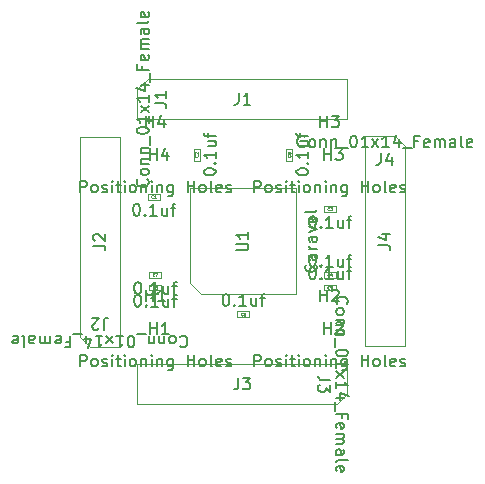
<source format=gbr>
G04 #@! TF.GenerationSoftware,KiCad,Pcbnew,(6.0.8)*
G04 #@! TF.CreationDate,2022-11-18T12:49:19-08:00*
G04 #@! TF.ProjectId,caravel_breakout_QFN,63617261-7665-46c5-9f62-7265616b6f75,rev?*
G04 #@! TF.SameCoordinates,Original*
G04 #@! TF.FileFunction,AssemblyDrawing,Top*
%FSLAX46Y46*%
G04 Gerber Fmt 4.6, Leading zero omitted, Abs format (unit mm)*
G04 Created by KiCad (PCBNEW (6.0.8)) date 2022-11-18 12:49:19*
%MOMM*%
%LPD*%
G01*
G04 APERTURE LIST*
%ADD10C,0.150000*%
%ADD11C,0.040000*%
%ADD12C,0.100000*%
G04 APERTURE END LIST*
D10*
X126719200Y-96903780D02*
X126814438Y-96903780D01*
X126909676Y-96951400D01*
X126957295Y-96999019D01*
X127004914Y-97094257D01*
X127052533Y-97284733D01*
X127052533Y-97522828D01*
X127004914Y-97713304D01*
X126957295Y-97808542D01*
X126909676Y-97856161D01*
X126814438Y-97903780D01*
X126719200Y-97903780D01*
X126623961Y-97856161D01*
X126576342Y-97808542D01*
X126528723Y-97713304D01*
X126481104Y-97522828D01*
X126481104Y-97284733D01*
X126528723Y-97094257D01*
X126576342Y-96999019D01*
X126623961Y-96951400D01*
X126719200Y-96903780D01*
X127481104Y-97808542D02*
X127528723Y-97856161D01*
X127481104Y-97903780D01*
X127433485Y-97856161D01*
X127481104Y-97808542D01*
X127481104Y-97903780D01*
X128481104Y-97903780D02*
X127909676Y-97903780D01*
X128195390Y-97903780D02*
X128195390Y-96903780D01*
X128100152Y-97046638D01*
X128004914Y-97141876D01*
X127909676Y-97189495D01*
X129338247Y-97237114D02*
X129338247Y-97903780D01*
X128909676Y-97237114D02*
X128909676Y-97760923D01*
X128957295Y-97856161D01*
X129052533Y-97903780D01*
X129195390Y-97903780D01*
X129290628Y-97856161D01*
X129338247Y-97808542D01*
X129671580Y-97237114D02*
X130052533Y-97237114D01*
X129814438Y-97903780D02*
X129814438Y-97046638D01*
X129862057Y-96951400D01*
X129957295Y-96903780D01*
X130052533Y-96903780D01*
D11*
X128177533Y-96380685D02*
X128165628Y-96392590D01*
X128129914Y-96404495D01*
X128106104Y-96404495D01*
X128070390Y-96392590D01*
X128046580Y-96368780D01*
X128034676Y-96344971D01*
X128022771Y-96297352D01*
X128022771Y-96261638D01*
X128034676Y-96214019D01*
X128046580Y-96190209D01*
X128070390Y-96166400D01*
X128106104Y-96154495D01*
X128129914Y-96154495D01*
X128165628Y-96166400D01*
X128177533Y-96178304D01*
X128260866Y-96154495D02*
X128427533Y-96154495D01*
X128320390Y-96404495D01*
D10*
X126617600Y-90274380D02*
X126712838Y-90274380D01*
X126808076Y-90322000D01*
X126855695Y-90369619D01*
X126903314Y-90464857D01*
X126950933Y-90655333D01*
X126950933Y-90893428D01*
X126903314Y-91083904D01*
X126855695Y-91179142D01*
X126808076Y-91226761D01*
X126712838Y-91274380D01*
X126617600Y-91274380D01*
X126522361Y-91226761D01*
X126474742Y-91179142D01*
X126427123Y-91083904D01*
X126379504Y-90893428D01*
X126379504Y-90655333D01*
X126427123Y-90464857D01*
X126474742Y-90369619D01*
X126522361Y-90322000D01*
X126617600Y-90274380D01*
X127379504Y-91179142D02*
X127427123Y-91226761D01*
X127379504Y-91274380D01*
X127331885Y-91226761D01*
X127379504Y-91179142D01*
X127379504Y-91274380D01*
X128379504Y-91274380D02*
X127808076Y-91274380D01*
X128093790Y-91274380D02*
X128093790Y-90274380D01*
X127998552Y-90417238D01*
X127903314Y-90512476D01*
X127808076Y-90560095D01*
X129236647Y-90607714D02*
X129236647Y-91274380D01*
X128808076Y-90607714D02*
X128808076Y-91131523D01*
X128855695Y-91226761D01*
X128950933Y-91274380D01*
X129093790Y-91274380D01*
X129189028Y-91226761D01*
X129236647Y-91179142D01*
X129569980Y-90607714D02*
X129950933Y-90607714D01*
X129712838Y-91274380D02*
X129712838Y-90417238D01*
X129760457Y-90322000D01*
X129855695Y-90274380D01*
X129950933Y-90274380D01*
D11*
X128075933Y-89751285D02*
X128064028Y-89763190D01*
X128028314Y-89775095D01*
X128004504Y-89775095D01*
X127968790Y-89763190D01*
X127944980Y-89739380D01*
X127933076Y-89715571D01*
X127921171Y-89667952D01*
X127921171Y-89632238D01*
X127933076Y-89584619D01*
X127944980Y-89560809D01*
X127968790Y-89537000D01*
X128004504Y-89525095D01*
X128028314Y-89525095D01*
X128064028Y-89537000D01*
X128075933Y-89548904D01*
X128314028Y-89775095D02*
X128171171Y-89775095D01*
X128242600Y-89775095D02*
X128242600Y-89525095D01*
X128218790Y-89560809D01*
X128194980Y-89584619D01*
X128171171Y-89596523D01*
D10*
X132362180Y-87606000D02*
X132362180Y-87510761D01*
X132409800Y-87415523D01*
X132457419Y-87367904D01*
X132552657Y-87320285D01*
X132743133Y-87272666D01*
X132981228Y-87272666D01*
X133171704Y-87320285D01*
X133266942Y-87367904D01*
X133314561Y-87415523D01*
X133362180Y-87510761D01*
X133362180Y-87606000D01*
X133314561Y-87701238D01*
X133266942Y-87748857D01*
X133171704Y-87796476D01*
X132981228Y-87844095D01*
X132743133Y-87844095D01*
X132552657Y-87796476D01*
X132457419Y-87748857D01*
X132409800Y-87701238D01*
X132362180Y-87606000D01*
X133266942Y-86844095D02*
X133314561Y-86796476D01*
X133362180Y-86844095D01*
X133314561Y-86891714D01*
X133266942Y-86844095D01*
X133362180Y-86844095D01*
X133362180Y-85844095D02*
X133362180Y-86415523D01*
X133362180Y-86129809D02*
X132362180Y-86129809D01*
X132505038Y-86225047D01*
X132600276Y-86320285D01*
X132647895Y-86415523D01*
X132695514Y-84986952D02*
X133362180Y-84986952D01*
X132695514Y-85415523D02*
X133219323Y-85415523D01*
X133314561Y-85367904D01*
X133362180Y-85272666D01*
X133362180Y-85129809D01*
X133314561Y-85034571D01*
X133266942Y-84986952D01*
X132695514Y-84653619D02*
X132695514Y-84272666D01*
X133362180Y-84510761D02*
X132505038Y-84510761D01*
X132409800Y-84463142D01*
X132362180Y-84367904D01*
X132362180Y-84272666D01*
D11*
X131839085Y-86147666D02*
X131850990Y-86159571D01*
X131862895Y-86195285D01*
X131862895Y-86219095D01*
X131850990Y-86254809D01*
X131827180Y-86278619D01*
X131803371Y-86290523D01*
X131755752Y-86302428D01*
X131720038Y-86302428D01*
X131672419Y-86290523D01*
X131648609Y-86278619D01*
X131624800Y-86254809D01*
X131612895Y-86219095D01*
X131612895Y-86195285D01*
X131624800Y-86159571D01*
X131636704Y-86147666D01*
X131636704Y-86052428D02*
X131624800Y-86040523D01*
X131612895Y-86016714D01*
X131612895Y-85957190D01*
X131624800Y-85933380D01*
X131636704Y-85921476D01*
X131660514Y-85909571D01*
X131684323Y-85909571D01*
X131720038Y-85921476D01*
X131862895Y-86064333D01*
X131862895Y-85909571D01*
D10*
X141527400Y-95650580D02*
X141622638Y-95650580D01*
X141717876Y-95698200D01*
X141765495Y-95745819D01*
X141813114Y-95841057D01*
X141860733Y-96031533D01*
X141860733Y-96269628D01*
X141813114Y-96460104D01*
X141765495Y-96555342D01*
X141717876Y-96602961D01*
X141622638Y-96650580D01*
X141527400Y-96650580D01*
X141432161Y-96602961D01*
X141384542Y-96555342D01*
X141336923Y-96460104D01*
X141289304Y-96269628D01*
X141289304Y-96031533D01*
X141336923Y-95841057D01*
X141384542Y-95745819D01*
X141432161Y-95698200D01*
X141527400Y-95650580D01*
X142289304Y-96555342D02*
X142336923Y-96602961D01*
X142289304Y-96650580D01*
X142241685Y-96602961D01*
X142289304Y-96555342D01*
X142289304Y-96650580D01*
X143289304Y-96650580D02*
X142717876Y-96650580D01*
X143003590Y-96650580D02*
X143003590Y-95650580D01*
X142908352Y-95793438D01*
X142813114Y-95888676D01*
X142717876Y-95936295D01*
X144146447Y-95983914D02*
X144146447Y-96650580D01*
X143717876Y-95983914D02*
X143717876Y-96507723D01*
X143765495Y-96602961D01*
X143860733Y-96650580D01*
X144003590Y-96650580D01*
X144098828Y-96602961D01*
X144146447Y-96555342D01*
X144479780Y-95983914D02*
X144860733Y-95983914D01*
X144622638Y-96650580D02*
X144622638Y-95793438D01*
X144670257Y-95698200D01*
X144765495Y-95650580D01*
X144860733Y-95650580D01*
D11*
X142985733Y-97447485D02*
X142973828Y-97459390D01*
X142938114Y-97471295D01*
X142914304Y-97471295D01*
X142878590Y-97459390D01*
X142854780Y-97435580D01*
X142842876Y-97411771D01*
X142830971Y-97364152D01*
X142830971Y-97328438D01*
X142842876Y-97280819D01*
X142854780Y-97257009D01*
X142878590Y-97233200D01*
X142914304Y-97221295D01*
X142938114Y-97221295D01*
X142973828Y-97233200D01*
X142985733Y-97245104D01*
X143104780Y-97471295D02*
X143152400Y-97471295D01*
X143176209Y-97459390D01*
X143188114Y-97447485D01*
X143211923Y-97411771D01*
X143223828Y-97364152D01*
X143223828Y-97268914D01*
X143211923Y-97245104D01*
X143200019Y-97233200D01*
X143176209Y-97221295D01*
X143128590Y-97221295D01*
X143104780Y-97233200D01*
X143092876Y-97245104D01*
X143080971Y-97268914D01*
X143080971Y-97328438D01*
X143092876Y-97352247D01*
X143104780Y-97364152D01*
X143128590Y-97376057D01*
X143176209Y-97376057D01*
X143200019Y-97364152D01*
X143211923Y-97352247D01*
X143223828Y-97328438D01*
D10*
X141527400Y-94583780D02*
X141622638Y-94583780D01*
X141717876Y-94631400D01*
X141765495Y-94679019D01*
X141813114Y-94774257D01*
X141860733Y-94964733D01*
X141860733Y-95202828D01*
X141813114Y-95393304D01*
X141765495Y-95488542D01*
X141717876Y-95536161D01*
X141622638Y-95583780D01*
X141527400Y-95583780D01*
X141432161Y-95536161D01*
X141384542Y-95488542D01*
X141336923Y-95393304D01*
X141289304Y-95202828D01*
X141289304Y-94964733D01*
X141336923Y-94774257D01*
X141384542Y-94679019D01*
X141432161Y-94631400D01*
X141527400Y-94583780D01*
X142289304Y-95488542D02*
X142336923Y-95536161D01*
X142289304Y-95583780D01*
X142241685Y-95536161D01*
X142289304Y-95488542D01*
X142289304Y-95583780D01*
X143289304Y-95583780D02*
X142717876Y-95583780D01*
X143003590Y-95583780D02*
X143003590Y-94583780D01*
X142908352Y-94726638D01*
X142813114Y-94821876D01*
X142717876Y-94869495D01*
X144146447Y-94917114D02*
X144146447Y-95583780D01*
X143717876Y-94917114D02*
X143717876Y-95440923D01*
X143765495Y-95536161D01*
X143860733Y-95583780D01*
X144003590Y-95583780D01*
X144098828Y-95536161D01*
X144146447Y-95488542D01*
X144479780Y-94917114D02*
X144860733Y-94917114D01*
X144622638Y-95583780D02*
X144622638Y-94726638D01*
X144670257Y-94631400D01*
X144765495Y-94583780D01*
X144860733Y-94583780D01*
D11*
X142985733Y-96380685D02*
X142973828Y-96392590D01*
X142938114Y-96404495D01*
X142914304Y-96404495D01*
X142878590Y-96392590D01*
X142854780Y-96368780D01*
X142842876Y-96344971D01*
X142830971Y-96297352D01*
X142830971Y-96261638D01*
X142842876Y-96214019D01*
X142854780Y-96190209D01*
X142878590Y-96166400D01*
X142914304Y-96154495D01*
X142938114Y-96154495D01*
X142973828Y-96166400D01*
X142985733Y-96178304D01*
X143200019Y-96237828D02*
X143200019Y-96404495D01*
X143140495Y-96142590D02*
X143080971Y-96321161D01*
X143235733Y-96321161D01*
D10*
X141527400Y-91315780D02*
X141622638Y-91315780D01*
X141717876Y-91363400D01*
X141765495Y-91411019D01*
X141813114Y-91506257D01*
X141860733Y-91696733D01*
X141860733Y-91934828D01*
X141813114Y-92125304D01*
X141765495Y-92220542D01*
X141717876Y-92268161D01*
X141622638Y-92315780D01*
X141527400Y-92315780D01*
X141432161Y-92268161D01*
X141384542Y-92220542D01*
X141336923Y-92125304D01*
X141289304Y-91934828D01*
X141289304Y-91696733D01*
X141336923Y-91506257D01*
X141384542Y-91411019D01*
X141432161Y-91363400D01*
X141527400Y-91315780D01*
X142289304Y-92220542D02*
X142336923Y-92268161D01*
X142289304Y-92315780D01*
X142241685Y-92268161D01*
X142289304Y-92220542D01*
X142289304Y-92315780D01*
X143289304Y-92315780D02*
X142717876Y-92315780D01*
X143003590Y-92315780D02*
X143003590Y-91315780D01*
X142908352Y-91458638D01*
X142813114Y-91553876D01*
X142717876Y-91601495D01*
X144146447Y-91649114D02*
X144146447Y-92315780D01*
X143717876Y-91649114D02*
X143717876Y-92172923D01*
X143765495Y-92268161D01*
X143860733Y-92315780D01*
X144003590Y-92315780D01*
X144098828Y-92268161D01*
X144146447Y-92220542D01*
X144479780Y-91649114D02*
X144860733Y-91649114D01*
X144622638Y-92315780D02*
X144622638Y-91458638D01*
X144670257Y-91363400D01*
X144765495Y-91315780D01*
X144860733Y-91315780D01*
D11*
X142985733Y-90792685D02*
X142973828Y-90804590D01*
X142938114Y-90816495D01*
X142914304Y-90816495D01*
X142878590Y-90804590D01*
X142854780Y-90780780D01*
X142842876Y-90756971D01*
X142830971Y-90709352D01*
X142830971Y-90673638D01*
X142842876Y-90626019D01*
X142854780Y-90602209D01*
X142878590Y-90578400D01*
X142914304Y-90566495D01*
X142938114Y-90566495D01*
X142973828Y-90578400D01*
X142985733Y-90590304D01*
X143069066Y-90566495D02*
X143223828Y-90566495D01*
X143140495Y-90661733D01*
X143176209Y-90661733D01*
X143200019Y-90673638D01*
X143211923Y-90685542D01*
X143223828Y-90709352D01*
X143223828Y-90768876D01*
X143211923Y-90792685D01*
X143200019Y-90804590D01*
X143176209Y-90816495D01*
X143104780Y-90816495D01*
X143080971Y-90804590D01*
X143069066Y-90792685D01*
D10*
X127595142Y-88202714D02*
X127642761Y-88250333D01*
X127690380Y-88393190D01*
X127690380Y-88488428D01*
X127642761Y-88631285D01*
X127547523Y-88726523D01*
X127452285Y-88774142D01*
X127261809Y-88821761D01*
X127118952Y-88821761D01*
X126928476Y-88774142D01*
X126833238Y-88726523D01*
X126738000Y-88631285D01*
X126690380Y-88488428D01*
X126690380Y-88393190D01*
X126738000Y-88250333D01*
X126785619Y-88202714D01*
X127690380Y-87631285D02*
X127642761Y-87726523D01*
X127595142Y-87774142D01*
X127499904Y-87821761D01*
X127214190Y-87821761D01*
X127118952Y-87774142D01*
X127071333Y-87726523D01*
X127023714Y-87631285D01*
X127023714Y-87488428D01*
X127071333Y-87393190D01*
X127118952Y-87345571D01*
X127214190Y-87297952D01*
X127499904Y-87297952D01*
X127595142Y-87345571D01*
X127642761Y-87393190D01*
X127690380Y-87488428D01*
X127690380Y-87631285D01*
X127023714Y-86869380D02*
X127690380Y-86869380D01*
X127118952Y-86869380D02*
X127071333Y-86821761D01*
X127023714Y-86726523D01*
X127023714Y-86583666D01*
X127071333Y-86488428D01*
X127166571Y-86440809D01*
X127690380Y-86440809D01*
X127023714Y-85964619D02*
X127690380Y-85964619D01*
X127118952Y-85964619D02*
X127071333Y-85917000D01*
X127023714Y-85821761D01*
X127023714Y-85678904D01*
X127071333Y-85583666D01*
X127166571Y-85536047D01*
X127690380Y-85536047D01*
X127785619Y-85297952D02*
X127785619Y-84536047D01*
X126690380Y-84107476D02*
X126690380Y-84012238D01*
X126738000Y-83917000D01*
X126785619Y-83869380D01*
X126880857Y-83821761D01*
X127071333Y-83774142D01*
X127309428Y-83774142D01*
X127499904Y-83821761D01*
X127595142Y-83869380D01*
X127642761Y-83917000D01*
X127690380Y-84012238D01*
X127690380Y-84107476D01*
X127642761Y-84202714D01*
X127595142Y-84250333D01*
X127499904Y-84297952D01*
X127309428Y-84345571D01*
X127071333Y-84345571D01*
X126880857Y-84297952D01*
X126785619Y-84250333D01*
X126738000Y-84202714D01*
X126690380Y-84107476D01*
X127690380Y-82821761D02*
X127690380Y-83393190D01*
X127690380Y-83107476D02*
X126690380Y-83107476D01*
X126833238Y-83202714D01*
X126928476Y-83297952D01*
X126976095Y-83393190D01*
X127690380Y-82488428D02*
X127023714Y-81964619D01*
X127023714Y-82488428D02*
X127690380Y-81964619D01*
X127690380Y-81059857D02*
X127690380Y-81631285D01*
X127690380Y-81345571D02*
X126690380Y-81345571D01*
X126833238Y-81440809D01*
X126928476Y-81536047D01*
X126976095Y-81631285D01*
X127023714Y-80202714D02*
X127690380Y-80202714D01*
X126642761Y-80440809D02*
X127357047Y-80678904D01*
X127357047Y-80059857D01*
X127785619Y-79917000D02*
X127785619Y-79155095D01*
X127166571Y-78583666D02*
X127166571Y-78917000D01*
X127690380Y-78917000D02*
X126690380Y-78917000D01*
X126690380Y-78440809D01*
X127642761Y-77678904D02*
X127690380Y-77774142D01*
X127690380Y-77964619D01*
X127642761Y-78059857D01*
X127547523Y-78107476D01*
X127166571Y-78107476D01*
X127071333Y-78059857D01*
X127023714Y-77964619D01*
X127023714Y-77774142D01*
X127071333Y-77678904D01*
X127166571Y-77631285D01*
X127261809Y-77631285D01*
X127357047Y-78107476D01*
X127690380Y-77202714D02*
X127023714Y-77202714D01*
X127118952Y-77202714D02*
X127071333Y-77155095D01*
X127023714Y-77059857D01*
X127023714Y-76917000D01*
X127071333Y-76821761D01*
X127166571Y-76774142D01*
X127690380Y-76774142D01*
X127166571Y-76774142D02*
X127071333Y-76726523D01*
X127023714Y-76631285D01*
X127023714Y-76488428D01*
X127071333Y-76393190D01*
X127166571Y-76345571D01*
X127690380Y-76345571D01*
X127690380Y-75440809D02*
X127166571Y-75440809D01*
X127071333Y-75488428D01*
X127023714Y-75583666D01*
X127023714Y-75774142D01*
X127071333Y-75869380D01*
X127642761Y-75440809D02*
X127690380Y-75536047D01*
X127690380Y-75774142D01*
X127642761Y-75869380D01*
X127547523Y-75917000D01*
X127452285Y-75917000D01*
X127357047Y-75869380D01*
X127309428Y-75774142D01*
X127309428Y-75536047D01*
X127261809Y-75440809D01*
X127690380Y-74821761D02*
X127642761Y-74917000D01*
X127547523Y-74964619D01*
X126690380Y-74964619D01*
X127642761Y-74059857D02*
X127690380Y-74155095D01*
X127690380Y-74345571D01*
X127642761Y-74440809D01*
X127547523Y-74488428D01*
X127166571Y-74488428D01*
X127071333Y-74440809D01*
X127023714Y-74345571D01*
X127023714Y-74155095D01*
X127071333Y-74059857D01*
X127166571Y-74012238D01*
X127261809Y-74012238D01*
X127357047Y-74488428D01*
X128190380Y-81750333D02*
X128904666Y-81750333D01*
X129047523Y-81797952D01*
X129142761Y-81893190D01*
X129190380Y-82036047D01*
X129190380Y-82131285D01*
X129190380Y-80750333D02*
X129190380Y-81321761D01*
X129190380Y-81036047D02*
X128190380Y-81036047D01*
X128333238Y-81131285D01*
X128428476Y-81226523D01*
X128476095Y-81321761D01*
X135302666Y-80869380D02*
X135302666Y-81583666D01*
X135255047Y-81726523D01*
X135159809Y-81821761D01*
X135016952Y-81869380D01*
X134921714Y-81869380D01*
X136302666Y-81869380D02*
X135731238Y-81869380D01*
X136016952Y-81869380D02*
X136016952Y-80869380D01*
X135921714Y-81012238D01*
X135826476Y-81107476D01*
X135731238Y-81155095D01*
X130350714Y-101515857D02*
X130398333Y-101468238D01*
X130541190Y-101420619D01*
X130636428Y-101420619D01*
X130779285Y-101468238D01*
X130874523Y-101563476D01*
X130922142Y-101658714D01*
X130969761Y-101849190D01*
X130969761Y-101992047D01*
X130922142Y-102182523D01*
X130874523Y-102277761D01*
X130779285Y-102373000D01*
X130636428Y-102420619D01*
X130541190Y-102420619D01*
X130398333Y-102373000D01*
X130350714Y-102325380D01*
X129779285Y-101420619D02*
X129874523Y-101468238D01*
X129922142Y-101515857D01*
X129969761Y-101611095D01*
X129969761Y-101896809D01*
X129922142Y-101992047D01*
X129874523Y-102039666D01*
X129779285Y-102087285D01*
X129636428Y-102087285D01*
X129541190Y-102039666D01*
X129493571Y-101992047D01*
X129445952Y-101896809D01*
X129445952Y-101611095D01*
X129493571Y-101515857D01*
X129541190Y-101468238D01*
X129636428Y-101420619D01*
X129779285Y-101420619D01*
X129017380Y-102087285D02*
X129017380Y-101420619D01*
X129017380Y-101992047D02*
X128969761Y-102039666D01*
X128874523Y-102087285D01*
X128731666Y-102087285D01*
X128636428Y-102039666D01*
X128588809Y-101944428D01*
X128588809Y-101420619D01*
X128112619Y-102087285D02*
X128112619Y-101420619D01*
X128112619Y-101992047D02*
X128065000Y-102039666D01*
X127969761Y-102087285D01*
X127826904Y-102087285D01*
X127731666Y-102039666D01*
X127684047Y-101944428D01*
X127684047Y-101420619D01*
X127445952Y-101325380D02*
X126684047Y-101325380D01*
X126255476Y-102420619D02*
X126160238Y-102420619D01*
X126065000Y-102373000D01*
X126017380Y-102325380D01*
X125969761Y-102230142D01*
X125922142Y-102039666D01*
X125922142Y-101801571D01*
X125969761Y-101611095D01*
X126017380Y-101515857D01*
X126065000Y-101468238D01*
X126160238Y-101420619D01*
X126255476Y-101420619D01*
X126350714Y-101468238D01*
X126398333Y-101515857D01*
X126445952Y-101611095D01*
X126493571Y-101801571D01*
X126493571Y-102039666D01*
X126445952Y-102230142D01*
X126398333Y-102325380D01*
X126350714Y-102373000D01*
X126255476Y-102420619D01*
X124969761Y-101420619D02*
X125541190Y-101420619D01*
X125255476Y-101420619D02*
X125255476Y-102420619D01*
X125350714Y-102277761D01*
X125445952Y-102182523D01*
X125541190Y-102134904D01*
X124636428Y-101420619D02*
X124112619Y-102087285D01*
X124636428Y-102087285D02*
X124112619Y-101420619D01*
X123207857Y-101420619D02*
X123779285Y-101420619D01*
X123493571Y-101420619D02*
X123493571Y-102420619D01*
X123588809Y-102277761D01*
X123684047Y-102182523D01*
X123779285Y-102134904D01*
X122350714Y-102087285D02*
X122350714Y-101420619D01*
X122588809Y-102468238D02*
X122826904Y-101753952D01*
X122207857Y-101753952D01*
X122065000Y-101325380D02*
X121303095Y-101325380D01*
X120731666Y-101944428D02*
X121065000Y-101944428D01*
X121065000Y-101420619D02*
X121065000Y-102420619D01*
X120588809Y-102420619D01*
X119826904Y-101468238D02*
X119922142Y-101420619D01*
X120112619Y-101420619D01*
X120207857Y-101468238D01*
X120255476Y-101563476D01*
X120255476Y-101944428D01*
X120207857Y-102039666D01*
X120112619Y-102087285D01*
X119922142Y-102087285D01*
X119826904Y-102039666D01*
X119779285Y-101944428D01*
X119779285Y-101849190D01*
X120255476Y-101753952D01*
X119350714Y-101420619D02*
X119350714Y-102087285D01*
X119350714Y-101992047D02*
X119303095Y-102039666D01*
X119207857Y-102087285D01*
X119065000Y-102087285D01*
X118969761Y-102039666D01*
X118922142Y-101944428D01*
X118922142Y-101420619D01*
X118922142Y-101944428D02*
X118874523Y-102039666D01*
X118779285Y-102087285D01*
X118636428Y-102087285D01*
X118541190Y-102039666D01*
X118493571Y-101944428D01*
X118493571Y-101420619D01*
X117588809Y-101420619D02*
X117588809Y-101944428D01*
X117636428Y-102039666D01*
X117731666Y-102087285D01*
X117922142Y-102087285D01*
X118017380Y-102039666D01*
X117588809Y-101468238D02*
X117684047Y-101420619D01*
X117922142Y-101420619D01*
X118017380Y-101468238D01*
X118065000Y-101563476D01*
X118065000Y-101658714D01*
X118017380Y-101753952D01*
X117922142Y-101801571D01*
X117684047Y-101801571D01*
X117588809Y-101849190D01*
X116969761Y-101420619D02*
X117065000Y-101468238D01*
X117112619Y-101563476D01*
X117112619Y-102420619D01*
X116207857Y-101468238D02*
X116303095Y-101420619D01*
X116493571Y-101420619D01*
X116588809Y-101468238D01*
X116636428Y-101563476D01*
X116636428Y-101944428D01*
X116588809Y-102039666D01*
X116493571Y-102087285D01*
X116303095Y-102087285D01*
X116207857Y-102039666D01*
X116160238Y-101944428D01*
X116160238Y-101849190D01*
X116636428Y-101753952D01*
X123017380Y-93808333D02*
X123731666Y-93808333D01*
X123874523Y-93855952D01*
X123969761Y-93951190D01*
X124017380Y-94094047D01*
X124017380Y-94189285D01*
X123112619Y-93379761D02*
X123065000Y-93332142D01*
X123017380Y-93236904D01*
X123017380Y-92998809D01*
X123065000Y-92903571D01*
X123112619Y-92855952D01*
X123207857Y-92808333D01*
X123303095Y-92808333D01*
X123445952Y-92855952D01*
X124017380Y-93427380D01*
X124017380Y-92808333D01*
X123898333Y-100920619D02*
X123898333Y-100206333D01*
X123945952Y-100063476D01*
X124041190Y-99968238D01*
X124184047Y-99920619D01*
X124279285Y-99920619D01*
X123469761Y-100825380D02*
X123422142Y-100873000D01*
X123326904Y-100920619D01*
X123088809Y-100920619D01*
X122993571Y-100873000D01*
X122945952Y-100825380D01*
X122898333Y-100730142D01*
X122898333Y-100634904D01*
X122945952Y-100492047D01*
X123517380Y-99920619D01*
X122898333Y-99920619D01*
X143665857Y-98749285D02*
X143618238Y-98701666D01*
X143570619Y-98558809D01*
X143570619Y-98463571D01*
X143618238Y-98320714D01*
X143713476Y-98225476D01*
X143808714Y-98177857D01*
X143999190Y-98130238D01*
X144142047Y-98130238D01*
X144332523Y-98177857D01*
X144427761Y-98225476D01*
X144523000Y-98320714D01*
X144570619Y-98463571D01*
X144570619Y-98558809D01*
X144523000Y-98701666D01*
X144475380Y-98749285D01*
X143570619Y-99320714D02*
X143618238Y-99225476D01*
X143665857Y-99177857D01*
X143761095Y-99130238D01*
X144046809Y-99130238D01*
X144142047Y-99177857D01*
X144189666Y-99225476D01*
X144237285Y-99320714D01*
X144237285Y-99463571D01*
X144189666Y-99558809D01*
X144142047Y-99606428D01*
X144046809Y-99654047D01*
X143761095Y-99654047D01*
X143665857Y-99606428D01*
X143618238Y-99558809D01*
X143570619Y-99463571D01*
X143570619Y-99320714D01*
X144237285Y-100082619D02*
X143570619Y-100082619D01*
X144142047Y-100082619D02*
X144189666Y-100130238D01*
X144237285Y-100225476D01*
X144237285Y-100368333D01*
X144189666Y-100463571D01*
X144094428Y-100511190D01*
X143570619Y-100511190D01*
X144237285Y-100987380D02*
X143570619Y-100987380D01*
X144142047Y-100987380D02*
X144189666Y-101035000D01*
X144237285Y-101130238D01*
X144237285Y-101273095D01*
X144189666Y-101368333D01*
X144094428Y-101415952D01*
X143570619Y-101415952D01*
X143475380Y-101654047D02*
X143475380Y-102415952D01*
X144570619Y-102844523D02*
X144570619Y-102939761D01*
X144523000Y-103035000D01*
X144475380Y-103082619D01*
X144380142Y-103130238D01*
X144189666Y-103177857D01*
X143951571Y-103177857D01*
X143761095Y-103130238D01*
X143665857Y-103082619D01*
X143618238Y-103035000D01*
X143570619Y-102939761D01*
X143570619Y-102844523D01*
X143618238Y-102749285D01*
X143665857Y-102701666D01*
X143761095Y-102654047D01*
X143951571Y-102606428D01*
X144189666Y-102606428D01*
X144380142Y-102654047D01*
X144475380Y-102701666D01*
X144523000Y-102749285D01*
X144570619Y-102844523D01*
X143570619Y-104130238D02*
X143570619Y-103558809D01*
X143570619Y-103844523D02*
X144570619Y-103844523D01*
X144427761Y-103749285D01*
X144332523Y-103654047D01*
X144284904Y-103558809D01*
X143570619Y-104463571D02*
X144237285Y-104987380D01*
X144237285Y-104463571D02*
X143570619Y-104987380D01*
X143570619Y-105892142D02*
X143570619Y-105320714D01*
X143570619Y-105606428D02*
X144570619Y-105606428D01*
X144427761Y-105511190D01*
X144332523Y-105415952D01*
X144284904Y-105320714D01*
X144237285Y-106749285D02*
X143570619Y-106749285D01*
X144618238Y-106511190D02*
X143903952Y-106273095D01*
X143903952Y-106892142D01*
X143475380Y-107035000D02*
X143475380Y-107796904D01*
X144094428Y-108368333D02*
X144094428Y-108035000D01*
X143570619Y-108035000D02*
X144570619Y-108035000D01*
X144570619Y-108511190D01*
X143618238Y-109273095D02*
X143570619Y-109177857D01*
X143570619Y-108987380D01*
X143618238Y-108892142D01*
X143713476Y-108844523D01*
X144094428Y-108844523D01*
X144189666Y-108892142D01*
X144237285Y-108987380D01*
X144237285Y-109177857D01*
X144189666Y-109273095D01*
X144094428Y-109320714D01*
X143999190Y-109320714D01*
X143903952Y-108844523D01*
X143570619Y-109749285D02*
X144237285Y-109749285D01*
X144142047Y-109749285D02*
X144189666Y-109796904D01*
X144237285Y-109892142D01*
X144237285Y-110035000D01*
X144189666Y-110130238D01*
X144094428Y-110177857D01*
X143570619Y-110177857D01*
X144094428Y-110177857D02*
X144189666Y-110225476D01*
X144237285Y-110320714D01*
X144237285Y-110463571D01*
X144189666Y-110558809D01*
X144094428Y-110606428D01*
X143570619Y-110606428D01*
X143570619Y-111511190D02*
X144094428Y-111511190D01*
X144189666Y-111463571D01*
X144237285Y-111368333D01*
X144237285Y-111177857D01*
X144189666Y-111082619D01*
X143618238Y-111511190D02*
X143570619Y-111415952D01*
X143570619Y-111177857D01*
X143618238Y-111082619D01*
X143713476Y-111035000D01*
X143808714Y-111035000D01*
X143903952Y-111082619D01*
X143951571Y-111177857D01*
X143951571Y-111415952D01*
X143999190Y-111511190D01*
X143570619Y-112130238D02*
X143618238Y-112035000D01*
X143713476Y-111987380D01*
X144570619Y-111987380D01*
X143618238Y-112892142D02*
X143570619Y-112796904D01*
X143570619Y-112606428D01*
X143618238Y-112511190D01*
X143713476Y-112463571D01*
X144094428Y-112463571D01*
X144189666Y-112511190D01*
X144237285Y-112606428D01*
X144237285Y-112796904D01*
X144189666Y-112892142D01*
X144094428Y-112939761D01*
X143999190Y-112939761D01*
X143903952Y-112463571D01*
X135291666Y-104987380D02*
X135291666Y-105701666D01*
X135244047Y-105844523D01*
X135148809Y-105939761D01*
X135005952Y-105987380D01*
X134910714Y-105987380D01*
X135672619Y-104987380D02*
X136291666Y-104987380D01*
X135958333Y-105368333D01*
X136101190Y-105368333D01*
X136196428Y-105415952D01*
X136244047Y-105463571D01*
X136291666Y-105558809D01*
X136291666Y-105796904D01*
X136244047Y-105892142D01*
X136196428Y-105939761D01*
X136101190Y-105987380D01*
X135815476Y-105987380D01*
X135720238Y-105939761D01*
X135672619Y-105892142D01*
X143070619Y-105201666D02*
X142356333Y-105201666D01*
X142213476Y-105154047D01*
X142118238Y-105058809D01*
X142070619Y-104915952D01*
X142070619Y-104820714D01*
X143070619Y-105582619D02*
X143070619Y-106201666D01*
X142689666Y-105868333D01*
X142689666Y-106011190D01*
X142642047Y-106106428D01*
X142594428Y-106154047D01*
X142499190Y-106201666D01*
X142261095Y-106201666D01*
X142165857Y-106154047D01*
X142118238Y-106106428D01*
X142070619Y-106011190D01*
X142070619Y-105725476D01*
X142118238Y-105630238D01*
X142165857Y-105582619D01*
X127508095Y-98540380D02*
X127508095Y-97540380D01*
X127508095Y-98016571D02*
X128079523Y-98016571D01*
X128079523Y-98540380D02*
X128079523Y-97540380D01*
X129079523Y-98540380D02*
X128508095Y-98540380D01*
X128793809Y-98540380D02*
X128793809Y-97540380D01*
X128698571Y-97683238D01*
X128603333Y-97778476D01*
X128508095Y-97826095D01*
X121889047Y-104040380D02*
X121889047Y-103040380D01*
X122270000Y-103040380D01*
X122365238Y-103088000D01*
X122412857Y-103135619D01*
X122460476Y-103230857D01*
X122460476Y-103373714D01*
X122412857Y-103468952D01*
X122365238Y-103516571D01*
X122270000Y-103564190D01*
X121889047Y-103564190D01*
X123031904Y-104040380D02*
X122936666Y-103992761D01*
X122889047Y-103945142D01*
X122841428Y-103849904D01*
X122841428Y-103564190D01*
X122889047Y-103468952D01*
X122936666Y-103421333D01*
X123031904Y-103373714D01*
X123174761Y-103373714D01*
X123270000Y-103421333D01*
X123317619Y-103468952D01*
X123365238Y-103564190D01*
X123365238Y-103849904D01*
X123317619Y-103945142D01*
X123270000Y-103992761D01*
X123174761Y-104040380D01*
X123031904Y-104040380D01*
X123746190Y-103992761D02*
X123841428Y-104040380D01*
X124031904Y-104040380D01*
X124127142Y-103992761D01*
X124174761Y-103897523D01*
X124174761Y-103849904D01*
X124127142Y-103754666D01*
X124031904Y-103707047D01*
X123889047Y-103707047D01*
X123793809Y-103659428D01*
X123746190Y-103564190D01*
X123746190Y-103516571D01*
X123793809Y-103421333D01*
X123889047Y-103373714D01*
X124031904Y-103373714D01*
X124127142Y-103421333D01*
X124603333Y-104040380D02*
X124603333Y-103373714D01*
X124603333Y-103040380D02*
X124555714Y-103088000D01*
X124603333Y-103135619D01*
X124650952Y-103088000D01*
X124603333Y-103040380D01*
X124603333Y-103135619D01*
X124936666Y-103373714D02*
X125317619Y-103373714D01*
X125079523Y-103040380D02*
X125079523Y-103897523D01*
X125127142Y-103992761D01*
X125222380Y-104040380D01*
X125317619Y-104040380D01*
X125650952Y-104040380D02*
X125650952Y-103373714D01*
X125650952Y-103040380D02*
X125603333Y-103088000D01*
X125650952Y-103135619D01*
X125698571Y-103088000D01*
X125650952Y-103040380D01*
X125650952Y-103135619D01*
X126270000Y-104040380D02*
X126174761Y-103992761D01*
X126127142Y-103945142D01*
X126079523Y-103849904D01*
X126079523Y-103564190D01*
X126127142Y-103468952D01*
X126174761Y-103421333D01*
X126270000Y-103373714D01*
X126412857Y-103373714D01*
X126508095Y-103421333D01*
X126555714Y-103468952D01*
X126603333Y-103564190D01*
X126603333Y-103849904D01*
X126555714Y-103945142D01*
X126508095Y-103992761D01*
X126412857Y-104040380D01*
X126270000Y-104040380D01*
X127031904Y-103373714D02*
X127031904Y-104040380D01*
X127031904Y-103468952D02*
X127079523Y-103421333D01*
X127174761Y-103373714D01*
X127317619Y-103373714D01*
X127412857Y-103421333D01*
X127460476Y-103516571D01*
X127460476Y-104040380D01*
X127936666Y-104040380D02*
X127936666Y-103373714D01*
X127936666Y-103040380D02*
X127889047Y-103088000D01*
X127936666Y-103135619D01*
X127984285Y-103088000D01*
X127936666Y-103040380D01*
X127936666Y-103135619D01*
X128412857Y-103373714D02*
X128412857Y-104040380D01*
X128412857Y-103468952D02*
X128460476Y-103421333D01*
X128555714Y-103373714D01*
X128698571Y-103373714D01*
X128793809Y-103421333D01*
X128841428Y-103516571D01*
X128841428Y-104040380D01*
X129746190Y-103373714D02*
X129746190Y-104183238D01*
X129698571Y-104278476D01*
X129650952Y-104326095D01*
X129555714Y-104373714D01*
X129412857Y-104373714D01*
X129317619Y-104326095D01*
X129746190Y-103992761D02*
X129650952Y-104040380D01*
X129460476Y-104040380D01*
X129365238Y-103992761D01*
X129317619Y-103945142D01*
X129270000Y-103849904D01*
X129270000Y-103564190D01*
X129317619Y-103468952D01*
X129365238Y-103421333D01*
X129460476Y-103373714D01*
X129650952Y-103373714D01*
X129746190Y-103421333D01*
X130984285Y-104040380D02*
X130984285Y-103040380D01*
X130984285Y-103516571D02*
X131555714Y-103516571D01*
X131555714Y-104040380D02*
X131555714Y-103040380D01*
X132174761Y-104040380D02*
X132079523Y-103992761D01*
X132031904Y-103945142D01*
X131984285Y-103849904D01*
X131984285Y-103564190D01*
X132031904Y-103468952D01*
X132079523Y-103421333D01*
X132174761Y-103373714D01*
X132317619Y-103373714D01*
X132412857Y-103421333D01*
X132460476Y-103468952D01*
X132508095Y-103564190D01*
X132508095Y-103849904D01*
X132460476Y-103945142D01*
X132412857Y-103992761D01*
X132317619Y-104040380D01*
X132174761Y-104040380D01*
X133079523Y-104040380D02*
X132984285Y-103992761D01*
X132936666Y-103897523D01*
X132936666Y-103040380D01*
X133841428Y-103992761D02*
X133746190Y-104040380D01*
X133555714Y-104040380D01*
X133460476Y-103992761D01*
X133412857Y-103897523D01*
X133412857Y-103516571D01*
X133460476Y-103421333D01*
X133555714Y-103373714D01*
X133746190Y-103373714D01*
X133841428Y-103421333D01*
X133889047Y-103516571D01*
X133889047Y-103611809D01*
X133412857Y-103707047D01*
X134270000Y-103992761D02*
X134365238Y-104040380D01*
X134555714Y-104040380D01*
X134650952Y-103992761D01*
X134698571Y-103897523D01*
X134698571Y-103849904D01*
X134650952Y-103754666D01*
X134555714Y-103707047D01*
X134412857Y-103707047D01*
X134317619Y-103659428D01*
X134270000Y-103564190D01*
X134270000Y-103516571D01*
X134317619Y-103421333D01*
X134412857Y-103373714D01*
X134555714Y-103373714D01*
X134650952Y-103421333D01*
X127808095Y-101290380D02*
X127808095Y-100290380D01*
X127808095Y-100766571D02*
X128379523Y-100766571D01*
X128379523Y-101290380D02*
X128379523Y-100290380D01*
X129379523Y-101290380D02*
X128808095Y-101290380D01*
X129093809Y-101290380D02*
X129093809Y-100290380D01*
X128998571Y-100433238D01*
X128903333Y-100528476D01*
X128808095Y-100576095D01*
X142240095Y-83808380D02*
X142240095Y-82808380D01*
X142240095Y-83284571D02*
X142811523Y-83284571D01*
X142811523Y-83808380D02*
X142811523Y-82808380D01*
X143192476Y-82808380D02*
X143811523Y-82808380D01*
X143478190Y-83189333D01*
X143621047Y-83189333D01*
X143716285Y-83236952D01*
X143763904Y-83284571D01*
X143811523Y-83379809D01*
X143811523Y-83617904D01*
X143763904Y-83713142D01*
X143716285Y-83760761D01*
X143621047Y-83808380D01*
X143335333Y-83808380D01*
X143240095Y-83760761D01*
X143192476Y-83713142D01*
X136621047Y-89308380D02*
X136621047Y-88308380D01*
X137002000Y-88308380D01*
X137097238Y-88356000D01*
X137144857Y-88403619D01*
X137192476Y-88498857D01*
X137192476Y-88641714D01*
X137144857Y-88736952D01*
X137097238Y-88784571D01*
X137002000Y-88832190D01*
X136621047Y-88832190D01*
X137763904Y-89308380D02*
X137668666Y-89260761D01*
X137621047Y-89213142D01*
X137573428Y-89117904D01*
X137573428Y-88832190D01*
X137621047Y-88736952D01*
X137668666Y-88689333D01*
X137763904Y-88641714D01*
X137906761Y-88641714D01*
X138002000Y-88689333D01*
X138049619Y-88736952D01*
X138097238Y-88832190D01*
X138097238Y-89117904D01*
X138049619Y-89213142D01*
X138002000Y-89260761D01*
X137906761Y-89308380D01*
X137763904Y-89308380D01*
X138478190Y-89260761D02*
X138573428Y-89308380D01*
X138763904Y-89308380D01*
X138859142Y-89260761D01*
X138906761Y-89165523D01*
X138906761Y-89117904D01*
X138859142Y-89022666D01*
X138763904Y-88975047D01*
X138621047Y-88975047D01*
X138525809Y-88927428D01*
X138478190Y-88832190D01*
X138478190Y-88784571D01*
X138525809Y-88689333D01*
X138621047Y-88641714D01*
X138763904Y-88641714D01*
X138859142Y-88689333D01*
X139335333Y-89308380D02*
X139335333Y-88641714D01*
X139335333Y-88308380D02*
X139287714Y-88356000D01*
X139335333Y-88403619D01*
X139382952Y-88356000D01*
X139335333Y-88308380D01*
X139335333Y-88403619D01*
X139668666Y-88641714D02*
X140049619Y-88641714D01*
X139811523Y-88308380D02*
X139811523Y-89165523D01*
X139859142Y-89260761D01*
X139954380Y-89308380D01*
X140049619Y-89308380D01*
X140382952Y-89308380D02*
X140382952Y-88641714D01*
X140382952Y-88308380D02*
X140335333Y-88356000D01*
X140382952Y-88403619D01*
X140430571Y-88356000D01*
X140382952Y-88308380D01*
X140382952Y-88403619D01*
X141002000Y-89308380D02*
X140906761Y-89260761D01*
X140859142Y-89213142D01*
X140811523Y-89117904D01*
X140811523Y-88832190D01*
X140859142Y-88736952D01*
X140906761Y-88689333D01*
X141002000Y-88641714D01*
X141144857Y-88641714D01*
X141240095Y-88689333D01*
X141287714Y-88736952D01*
X141335333Y-88832190D01*
X141335333Y-89117904D01*
X141287714Y-89213142D01*
X141240095Y-89260761D01*
X141144857Y-89308380D01*
X141002000Y-89308380D01*
X141763904Y-88641714D02*
X141763904Y-89308380D01*
X141763904Y-88736952D02*
X141811523Y-88689333D01*
X141906761Y-88641714D01*
X142049619Y-88641714D01*
X142144857Y-88689333D01*
X142192476Y-88784571D01*
X142192476Y-89308380D01*
X142668666Y-89308380D02*
X142668666Y-88641714D01*
X142668666Y-88308380D02*
X142621047Y-88356000D01*
X142668666Y-88403619D01*
X142716285Y-88356000D01*
X142668666Y-88308380D01*
X142668666Y-88403619D01*
X143144857Y-88641714D02*
X143144857Y-89308380D01*
X143144857Y-88736952D02*
X143192476Y-88689333D01*
X143287714Y-88641714D01*
X143430571Y-88641714D01*
X143525809Y-88689333D01*
X143573428Y-88784571D01*
X143573428Y-89308380D01*
X144478190Y-88641714D02*
X144478190Y-89451238D01*
X144430571Y-89546476D01*
X144382952Y-89594095D01*
X144287714Y-89641714D01*
X144144857Y-89641714D01*
X144049619Y-89594095D01*
X144478190Y-89260761D02*
X144382952Y-89308380D01*
X144192476Y-89308380D01*
X144097238Y-89260761D01*
X144049619Y-89213142D01*
X144002000Y-89117904D01*
X144002000Y-88832190D01*
X144049619Y-88736952D01*
X144097238Y-88689333D01*
X144192476Y-88641714D01*
X144382952Y-88641714D01*
X144478190Y-88689333D01*
X145716285Y-89308380D02*
X145716285Y-88308380D01*
X145716285Y-88784571D02*
X146287714Y-88784571D01*
X146287714Y-89308380D02*
X146287714Y-88308380D01*
X146906761Y-89308380D02*
X146811523Y-89260761D01*
X146763904Y-89213142D01*
X146716285Y-89117904D01*
X146716285Y-88832190D01*
X146763904Y-88736952D01*
X146811523Y-88689333D01*
X146906761Y-88641714D01*
X147049619Y-88641714D01*
X147144857Y-88689333D01*
X147192476Y-88736952D01*
X147240095Y-88832190D01*
X147240095Y-89117904D01*
X147192476Y-89213142D01*
X147144857Y-89260761D01*
X147049619Y-89308380D01*
X146906761Y-89308380D01*
X147811523Y-89308380D02*
X147716285Y-89260761D01*
X147668666Y-89165523D01*
X147668666Y-88308380D01*
X148573428Y-89260761D02*
X148478190Y-89308380D01*
X148287714Y-89308380D01*
X148192476Y-89260761D01*
X148144857Y-89165523D01*
X148144857Y-88784571D01*
X148192476Y-88689333D01*
X148287714Y-88641714D01*
X148478190Y-88641714D01*
X148573428Y-88689333D01*
X148621047Y-88784571D01*
X148621047Y-88879809D01*
X148144857Y-88975047D01*
X149002000Y-89260761D02*
X149097238Y-89308380D01*
X149287714Y-89308380D01*
X149382952Y-89260761D01*
X149430571Y-89165523D01*
X149430571Y-89117904D01*
X149382952Y-89022666D01*
X149287714Y-88975047D01*
X149144857Y-88975047D01*
X149049619Y-88927428D01*
X149002000Y-88832190D01*
X149002000Y-88784571D01*
X149049619Y-88689333D01*
X149144857Y-88641714D01*
X149287714Y-88641714D01*
X149382952Y-88689333D01*
X142540095Y-86558380D02*
X142540095Y-85558380D01*
X142540095Y-86034571D02*
X143111523Y-86034571D01*
X143111523Y-86558380D02*
X143111523Y-85558380D01*
X143492476Y-85558380D02*
X144111523Y-85558380D01*
X143778190Y-85939333D01*
X143921047Y-85939333D01*
X144016285Y-85986952D01*
X144063904Y-86034571D01*
X144111523Y-86129809D01*
X144111523Y-86367904D01*
X144063904Y-86463142D01*
X144016285Y-86510761D01*
X143921047Y-86558380D01*
X143635333Y-86558380D01*
X143540095Y-86510761D01*
X143492476Y-86463142D01*
X127508095Y-83808380D02*
X127508095Y-82808380D01*
X127508095Y-83284571D02*
X128079523Y-83284571D01*
X128079523Y-83808380D02*
X128079523Y-82808380D01*
X128984285Y-83141714D02*
X128984285Y-83808380D01*
X128746190Y-82760761D02*
X128508095Y-83475047D01*
X129127142Y-83475047D01*
X121889047Y-89308380D02*
X121889047Y-88308380D01*
X122270000Y-88308380D01*
X122365238Y-88356000D01*
X122412857Y-88403619D01*
X122460476Y-88498857D01*
X122460476Y-88641714D01*
X122412857Y-88736952D01*
X122365238Y-88784571D01*
X122270000Y-88832190D01*
X121889047Y-88832190D01*
X123031904Y-89308380D02*
X122936666Y-89260761D01*
X122889047Y-89213142D01*
X122841428Y-89117904D01*
X122841428Y-88832190D01*
X122889047Y-88736952D01*
X122936666Y-88689333D01*
X123031904Y-88641714D01*
X123174761Y-88641714D01*
X123270000Y-88689333D01*
X123317619Y-88736952D01*
X123365238Y-88832190D01*
X123365238Y-89117904D01*
X123317619Y-89213142D01*
X123270000Y-89260761D01*
X123174761Y-89308380D01*
X123031904Y-89308380D01*
X123746190Y-89260761D02*
X123841428Y-89308380D01*
X124031904Y-89308380D01*
X124127142Y-89260761D01*
X124174761Y-89165523D01*
X124174761Y-89117904D01*
X124127142Y-89022666D01*
X124031904Y-88975047D01*
X123889047Y-88975047D01*
X123793809Y-88927428D01*
X123746190Y-88832190D01*
X123746190Y-88784571D01*
X123793809Y-88689333D01*
X123889047Y-88641714D01*
X124031904Y-88641714D01*
X124127142Y-88689333D01*
X124603333Y-89308380D02*
X124603333Y-88641714D01*
X124603333Y-88308380D02*
X124555714Y-88356000D01*
X124603333Y-88403619D01*
X124650952Y-88356000D01*
X124603333Y-88308380D01*
X124603333Y-88403619D01*
X124936666Y-88641714D02*
X125317619Y-88641714D01*
X125079523Y-88308380D02*
X125079523Y-89165523D01*
X125127142Y-89260761D01*
X125222380Y-89308380D01*
X125317619Y-89308380D01*
X125650952Y-89308380D02*
X125650952Y-88641714D01*
X125650952Y-88308380D02*
X125603333Y-88356000D01*
X125650952Y-88403619D01*
X125698571Y-88356000D01*
X125650952Y-88308380D01*
X125650952Y-88403619D01*
X126270000Y-89308380D02*
X126174761Y-89260761D01*
X126127142Y-89213142D01*
X126079523Y-89117904D01*
X126079523Y-88832190D01*
X126127142Y-88736952D01*
X126174761Y-88689333D01*
X126270000Y-88641714D01*
X126412857Y-88641714D01*
X126508095Y-88689333D01*
X126555714Y-88736952D01*
X126603333Y-88832190D01*
X126603333Y-89117904D01*
X126555714Y-89213142D01*
X126508095Y-89260761D01*
X126412857Y-89308380D01*
X126270000Y-89308380D01*
X127031904Y-88641714D02*
X127031904Y-89308380D01*
X127031904Y-88736952D02*
X127079523Y-88689333D01*
X127174761Y-88641714D01*
X127317619Y-88641714D01*
X127412857Y-88689333D01*
X127460476Y-88784571D01*
X127460476Y-89308380D01*
X127936666Y-89308380D02*
X127936666Y-88641714D01*
X127936666Y-88308380D02*
X127889047Y-88356000D01*
X127936666Y-88403619D01*
X127984285Y-88356000D01*
X127936666Y-88308380D01*
X127936666Y-88403619D01*
X128412857Y-88641714D02*
X128412857Y-89308380D01*
X128412857Y-88736952D02*
X128460476Y-88689333D01*
X128555714Y-88641714D01*
X128698571Y-88641714D01*
X128793809Y-88689333D01*
X128841428Y-88784571D01*
X128841428Y-89308380D01*
X129746190Y-88641714D02*
X129746190Y-89451238D01*
X129698571Y-89546476D01*
X129650952Y-89594095D01*
X129555714Y-89641714D01*
X129412857Y-89641714D01*
X129317619Y-89594095D01*
X129746190Y-89260761D02*
X129650952Y-89308380D01*
X129460476Y-89308380D01*
X129365238Y-89260761D01*
X129317619Y-89213142D01*
X129270000Y-89117904D01*
X129270000Y-88832190D01*
X129317619Y-88736952D01*
X129365238Y-88689333D01*
X129460476Y-88641714D01*
X129650952Y-88641714D01*
X129746190Y-88689333D01*
X130984285Y-89308380D02*
X130984285Y-88308380D01*
X130984285Y-88784571D02*
X131555714Y-88784571D01*
X131555714Y-89308380D02*
X131555714Y-88308380D01*
X132174761Y-89308380D02*
X132079523Y-89260761D01*
X132031904Y-89213142D01*
X131984285Y-89117904D01*
X131984285Y-88832190D01*
X132031904Y-88736952D01*
X132079523Y-88689333D01*
X132174761Y-88641714D01*
X132317619Y-88641714D01*
X132412857Y-88689333D01*
X132460476Y-88736952D01*
X132508095Y-88832190D01*
X132508095Y-89117904D01*
X132460476Y-89213142D01*
X132412857Y-89260761D01*
X132317619Y-89308380D01*
X132174761Y-89308380D01*
X133079523Y-89308380D02*
X132984285Y-89260761D01*
X132936666Y-89165523D01*
X132936666Y-88308380D01*
X133841428Y-89260761D02*
X133746190Y-89308380D01*
X133555714Y-89308380D01*
X133460476Y-89260761D01*
X133412857Y-89165523D01*
X133412857Y-88784571D01*
X133460476Y-88689333D01*
X133555714Y-88641714D01*
X133746190Y-88641714D01*
X133841428Y-88689333D01*
X133889047Y-88784571D01*
X133889047Y-88879809D01*
X133412857Y-88975047D01*
X134270000Y-89260761D02*
X134365238Y-89308380D01*
X134555714Y-89308380D01*
X134650952Y-89260761D01*
X134698571Y-89165523D01*
X134698571Y-89117904D01*
X134650952Y-89022666D01*
X134555714Y-88975047D01*
X134412857Y-88975047D01*
X134317619Y-88927428D01*
X134270000Y-88832190D01*
X134270000Y-88784571D01*
X134317619Y-88689333D01*
X134412857Y-88641714D01*
X134555714Y-88641714D01*
X134650952Y-88689333D01*
X127808095Y-86558380D02*
X127808095Y-85558380D01*
X127808095Y-86034571D02*
X128379523Y-86034571D01*
X128379523Y-86558380D02*
X128379523Y-85558380D01*
X129284285Y-85891714D02*
X129284285Y-86558380D01*
X129046190Y-85510761D02*
X128808095Y-86225047D01*
X129427142Y-86225047D01*
X142240095Y-98540380D02*
X142240095Y-97540380D01*
X142240095Y-98016571D02*
X142811523Y-98016571D01*
X142811523Y-98540380D02*
X142811523Y-97540380D01*
X143240095Y-97635619D02*
X143287714Y-97588000D01*
X143382952Y-97540380D01*
X143621047Y-97540380D01*
X143716285Y-97588000D01*
X143763904Y-97635619D01*
X143811523Y-97730857D01*
X143811523Y-97826095D01*
X143763904Y-97968952D01*
X143192476Y-98540380D01*
X143811523Y-98540380D01*
X136621047Y-104040380D02*
X136621047Y-103040380D01*
X137002000Y-103040380D01*
X137097238Y-103088000D01*
X137144857Y-103135619D01*
X137192476Y-103230857D01*
X137192476Y-103373714D01*
X137144857Y-103468952D01*
X137097238Y-103516571D01*
X137002000Y-103564190D01*
X136621047Y-103564190D01*
X137763904Y-104040380D02*
X137668666Y-103992761D01*
X137621047Y-103945142D01*
X137573428Y-103849904D01*
X137573428Y-103564190D01*
X137621047Y-103468952D01*
X137668666Y-103421333D01*
X137763904Y-103373714D01*
X137906761Y-103373714D01*
X138002000Y-103421333D01*
X138049619Y-103468952D01*
X138097238Y-103564190D01*
X138097238Y-103849904D01*
X138049619Y-103945142D01*
X138002000Y-103992761D01*
X137906761Y-104040380D01*
X137763904Y-104040380D01*
X138478190Y-103992761D02*
X138573428Y-104040380D01*
X138763904Y-104040380D01*
X138859142Y-103992761D01*
X138906761Y-103897523D01*
X138906761Y-103849904D01*
X138859142Y-103754666D01*
X138763904Y-103707047D01*
X138621047Y-103707047D01*
X138525809Y-103659428D01*
X138478190Y-103564190D01*
X138478190Y-103516571D01*
X138525809Y-103421333D01*
X138621047Y-103373714D01*
X138763904Y-103373714D01*
X138859142Y-103421333D01*
X139335333Y-104040380D02*
X139335333Y-103373714D01*
X139335333Y-103040380D02*
X139287714Y-103088000D01*
X139335333Y-103135619D01*
X139382952Y-103088000D01*
X139335333Y-103040380D01*
X139335333Y-103135619D01*
X139668666Y-103373714D02*
X140049619Y-103373714D01*
X139811523Y-103040380D02*
X139811523Y-103897523D01*
X139859142Y-103992761D01*
X139954380Y-104040380D01*
X140049619Y-104040380D01*
X140382952Y-104040380D02*
X140382952Y-103373714D01*
X140382952Y-103040380D02*
X140335333Y-103088000D01*
X140382952Y-103135619D01*
X140430571Y-103088000D01*
X140382952Y-103040380D01*
X140382952Y-103135619D01*
X141002000Y-104040380D02*
X140906761Y-103992761D01*
X140859142Y-103945142D01*
X140811523Y-103849904D01*
X140811523Y-103564190D01*
X140859142Y-103468952D01*
X140906761Y-103421333D01*
X141002000Y-103373714D01*
X141144857Y-103373714D01*
X141240095Y-103421333D01*
X141287714Y-103468952D01*
X141335333Y-103564190D01*
X141335333Y-103849904D01*
X141287714Y-103945142D01*
X141240095Y-103992761D01*
X141144857Y-104040380D01*
X141002000Y-104040380D01*
X141763904Y-103373714D02*
X141763904Y-104040380D01*
X141763904Y-103468952D02*
X141811523Y-103421333D01*
X141906761Y-103373714D01*
X142049619Y-103373714D01*
X142144857Y-103421333D01*
X142192476Y-103516571D01*
X142192476Y-104040380D01*
X142668666Y-104040380D02*
X142668666Y-103373714D01*
X142668666Y-103040380D02*
X142621047Y-103088000D01*
X142668666Y-103135619D01*
X142716285Y-103088000D01*
X142668666Y-103040380D01*
X142668666Y-103135619D01*
X143144857Y-103373714D02*
X143144857Y-104040380D01*
X143144857Y-103468952D02*
X143192476Y-103421333D01*
X143287714Y-103373714D01*
X143430571Y-103373714D01*
X143525809Y-103421333D01*
X143573428Y-103516571D01*
X143573428Y-104040380D01*
X144478190Y-103373714D02*
X144478190Y-104183238D01*
X144430571Y-104278476D01*
X144382952Y-104326095D01*
X144287714Y-104373714D01*
X144144857Y-104373714D01*
X144049619Y-104326095D01*
X144478190Y-103992761D02*
X144382952Y-104040380D01*
X144192476Y-104040380D01*
X144097238Y-103992761D01*
X144049619Y-103945142D01*
X144002000Y-103849904D01*
X144002000Y-103564190D01*
X144049619Y-103468952D01*
X144097238Y-103421333D01*
X144192476Y-103373714D01*
X144382952Y-103373714D01*
X144478190Y-103421333D01*
X145716285Y-104040380D02*
X145716285Y-103040380D01*
X145716285Y-103516571D02*
X146287714Y-103516571D01*
X146287714Y-104040380D02*
X146287714Y-103040380D01*
X146906761Y-104040380D02*
X146811523Y-103992761D01*
X146763904Y-103945142D01*
X146716285Y-103849904D01*
X146716285Y-103564190D01*
X146763904Y-103468952D01*
X146811523Y-103421333D01*
X146906761Y-103373714D01*
X147049619Y-103373714D01*
X147144857Y-103421333D01*
X147192476Y-103468952D01*
X147240095Y-103564190D01*
X147240095Y-103849904D01*
X147192476Y-103945142D01*
X147144857Y-103992761D01*
X147049619Y-104040380D01*
X146906761Y-104040380D01*
X147811523Y-104040380D02*
X147716285Y-103992761D01*
X147668666Y-103897523D01*
X147668666Y-103040380D01*
X148573428Y-103992761D02*
X148478190Y-104040380D01*
X148287714Y-104040380D01*
X148192476Y-103992761D01*
X148144857Y-103897523D01*
X148144857Y-103516571D01*
X148192476Y-103421333D01*
X148287714Y-103373714D01*
X148478190Y-103373714D01*
X148573428Y-103421333D01*
X148621047Y-103516571D01*
X148621047Y-103611809D01*
X148144857Y-103707047D01*
X149002000Y-103992761D02*
X149097238Y-104040380D01*
X149287714Y-104040380D01*
X149382952Y-103992761D01*
X149430571Y-103897523D01*
X149430571Y-103849904D01*
X149382952Y-103754666D01*
X149287714Y-103707047D01*
X149144857Y-103707047D01*
X149049619Y-103659428D01*
X149002000Y-103564190D01*
X149002000Y-103516571D01*
X149049619Y-103421333D01*
X149144857Y-103373714D01*
X149287714Y-103373714D01*
X149382952Y-103421333D01*
X142540095Y-101290380D02*
X142540095Y-100290380D01*
X142540095Y-100766571D02*
X143111523Y-100766571D01*
X143111523Y-101290380D02*
X143111523Y-100290380D01*
X143540095Y-100385619D02*
X143587714Y-100338000D01*
X143682952Y-100290380D01*
X143921047Y-100290380D01*
X144016285Y-100338000D01*
X144063904Y-100385619D01*
X144111523Y-100480857D01*
X144111523Y-100576095D01*
X144063904Y-100718952D01*
X143492476Y-101290380D01*
X144111523Y-101290380D01*
X134186800Y-97911180D02*
X134282038Y-97911180D01*
X134377276Y-97958800D01*
X134424895Y-98006419D01*
X134472514Y-98101657D01*
X134520133Y-98292133D01*
X134520133Y-98530228D01*
X134472514Y-98720704D01*
X134424895Y-98815942D01*
X134377276Y-98863561D01*
X134282038Y-98911180D01*
X134186800Y-98911180D01*
X134091561Y-98863561D01*
X134043942Y-98815942D01*
X133996323Y-98720704D01*
X133948704Y-98530228D01*
X133948704Y-98292133D01*
X133996323Y-98101657D01*
X134043942Y-98006419D01*
X134091561Y-97958800D01*
X134186800Y-97911180D01*
X134948704Y-98815942D02*
X134996323Y-98863561D01*
X134948704Y-98911180D01*
X134901085Y-98863561D01*
X134948704Y-98815942D01*
X134948704Y-98911180D01*
X135948704Y-98911180D02*
X135377276Y-98911180D01*
X135662990Y-98911180D02*
X135662990Y-97911180D01*
X135567752Y-98054038D01*
X135472514Y-98149276D01*
X135377276Y-98196895D01*
X136805847Y-98244514D02*
X136805847Y-98911180D01*
X136377276Y-98244514D02*
X136377276Y-98768323D01*
X136424895Y-98863561D01*
X136520133Y-98911180D01*
X136662990Y-98911180D01*
X136758228Y-98863561D01*
X136805847Y-98815942D01*
X137139180Y-98244514D02*
X137520133Y-98244514D01*
X137282038Y-98911180D02*
X137282038Y-98054038D01*
X137329657Y-97958800D01*
X137424895Y-97911180D01*
X137520133Y-97911180D01*
D11*
X135645133Y-99708085D02*
X135633228Y-99719990D01*
X135597514Y-99731895D01*
X135573704Y-99731895D01*
X135537990Y-99719990D01*
X135514180Y-99696180D01*
X135502276Y-99672371D01*
X135490371Y-99624752D01*
X135490371Y-99589038D01*
X135502276Y-99541419D01*
X135514180Y-99517609D01*
X135537990Y-99493800D01*
X135573704Y-99481895D01*
X135597514Y-99481895D01*
X135633228Y-99493800D01*
X135645133Y-99505704D01*
X135871323Y-99481895D02*
X135752276Y-99481895D01*
X135740371Y-99600942D01*
X135752276Y-99589038D01*
X135776085Y-99577133D01*
X135835609Y-99577133D01*
X135859419Y-99589038D01*
X135871323Y-99600942D01*
X135883228Y-99624752D01*
X135883228Y-99684276D01*
X135871323Y-99708085D01*
X135859419Y-99719990D01*
X135835609Y-99731895D01*
X135776085Y-99731895D01*
X135752276Y-99719990D01*
X135740371Y-99708085D01*
D10*
X140905285Y-85392742D02*
X140857666Y-85440361D01*
X140714809Y-85487980D01*
X140619571Y-85487980D01*
X140476714Y-85440361D01*
X140381476Y-85345123D01*
X140333857Y-85249885D01*
X140286238Y-85059409D01*
X140286238Y-84916552D01*
X140333857Y-84726076D01*
X140381476Y-84630838D01*
X140476714Y-84535600D01*
X140619571Y-84487980D01*
X140714809Y-84487980D01*
X140857666Y-84535600D01*
X140905285Y-84583219D01*
X141476714Y-85487980D02*
X141381476Y-85440361D01*
X141333857Y-85392742D01*
X141286238Y-85297504D01*
X141286238Y-85011790D01*
X141333857Y-84916552D01*
X141381476Y-84868933D01*
X141476714Y-84821314D01*
X141619571Y-84821314D01*
X141714809Y-84868933D01*
X141762428Y-84916552D01*
X141810047Y-85011790D01*
X141810047Y-85297504D01*
X141762428Y-85392742D01*
X141714809Y-85440361D01*
X141619571Y-85487980D01*
X141476714Y-85487980D01*
X142238619Y-84821314D02*
X142238619Y-85487980D01*
X142238619Y-84916552D02*
X142286238Y-84868933D01*
X142381476Y-84821314D01*
X142524333Y-84821314D01*
X142619571Y-84868933D01*
X142667190Y-84964171D01*
X142667190Y-85487980D01*
X143143380Y-84821314D02*
X143143380Y-85487980D01*
X143143380Y-84916552D02*
X143191000Y-84868933D01*
X143286238Y-84821314D01*
X143429095Y-84821314D01*
X143524333Y-84868933D01*
X143571952Y-84964171D01*
X143571952Y-85487980D01*
X143810047Y-85583219D02*
X144571952Y-85583219D01*
X145000523Y-84487980D02*
X145095761Y-84487980D01*
X145191000Y-84535600D01*
X145238619Y-84583219D01*
X145286238Y-84678457D01*
X145333857Y-84868933D01*
X145333857Y-85107028D01*
X145286238Y-85297504D01*
X145238619Y-85392742D01*
X145191000Y-85440361D01*
X145095761Y-85487980D01*
X145000523Y-85487980D01*
X144905285Y-85440361D01*
X144857666Y-85392742D01*
X144810047Y-85297504D01*
X144762428Y-85107028D01*
X144762428Y-84868933D01*
X144810047Y-84678457D01*
X144857666Y-84583219D01*
X144905285Y-84535600D01*
X145000523Y-84487980D01*
X146286238Y-85487980D02*
X145714809Y-85487980D01*
X146000523Y-85487980D02*
X146000523Y-84487980D01*
X145905285Y-84630838D01*
X145810047Y-84726076D01*
X145714809Y-84773695D01*
X146619571Y-85487980D02*
X147143380Y-84821314D01*
X146619571Y-84821314D02*
X147143380Y-85487980D01*
X148048142Y-85487980D02*
X147476714Y-85487980D01*
X147762428Y-85487980D02*
X147762428Y-84487980D01*
X147667190Y-84630838D01*
X147571952Y-84726076D01*
X147476714Y-84773695D01*
X148905285Y-84821314D02*
X148905285Y-85487980D01*
X148667190Y-84440361D02*
X148429095Y-85154647D01*
X149048142Y-85154647D01*
X149191000Y-85583219D02*
X149952904Y-85583219D01*
X150524333Y-84964171D02*
X150191000Y-84964171D01*
X150191000Y-85487980D02*
X150191000Y-84487980D01*
X150667190Y-84487980D01*
X151429095Y-85440361D02*
X151333857Y-85487980D01*
X151143380Y-85487980D01*
X151048142Y-85440361D01*
X151000523Y-85345123D01*
X151000523Y-84964171D01*
X151048142Y-84868933D01*
X151143380Y-84821314D01*
X151333857Y-84821314D01*
X151429095Y-84868933D01*
X151476714Y-84964171D01*
X151476714Y-85059409D01*
X151000523Y-85154647D01*
X151905285Y-85487980D02*
X151905285Y-84821314D01*
X151905285Y-84916552D02*
X151952904Y-84868933D01*
X152048142Y-84821314D01*
X152191000Y-84821314D01*
X152286238Y-84868933D01*
X152333857Y-84964171D01*
X152333857Y-85487980D01*
X152333857Y-84964171D02*
X152381476Y-84868933D01*
X152476714Y-84821314D01*
X152619571Y-84821314D01*
X152714809Y-84868933D01*
X152762428Y-84964171D01*
X152762428Y-85487980D01*
X153667190Y-85487980D02*
X153667190Y-84964171D01*
X153619571Y-84868933D01*
X153524333Y-84821314D01*
X153333857Y-84821314D01*
X153238619Y-84868933D01*
X153667190Y-85440361D02*
X153571952Y-85487980D01*
X153333857Y-85487980D01*
X153238619Y-85440361D01*
X153191000Y-85345123D01*
X153191000Y-85249885D01*
X153238619Y-85154647D01*
X153333857Y-85107028D01*
X153571952Y-85107028D01*
X153667190Y-85059409D01*
X154286238Y-85487980D02*
X154191000Y-85440361D01*
X154143380Y-85345123D01*
X154143380Y-84487980D01*
X155048142Y-85440361D02*
X154952904Y-85487980D01*
X154762428Y-85487980D01*
X154667190Y-85440361D01*
X154619571Y-85345123D01*
X154619571Y-84964171D01*
X154667190Y-84868933D01*
X154762428Y-84821314D01*
X154952904Y-84821314D01*
X155048142Y-84868933D01*
X155095761Y-84964171D01*
X155095761Y-85059409D01*
X154619571Y-85154647D01*
X147357666Y-85987980D02*
X147357666Y-86702266D01*
X147310047Y-86845123D01*
X147214809Y-86940361D01*
X147071952Y-86987980D01*
X146976714Y-86987980D01*
X148262428Y-86321314D02*
X148262428Y-86987980D01*
X148024333Y-85940361D02*
X147786238Y-86654647D01*
X148405285Y-86654647D01*
X147143380Y-93766933D02*
X147857666Y-93766933D01*
X148000523Y-93814552D01*
X148095761Y-93909790D01*
X148143380Y-94052647D01*
X148143380Y-94147885D01*
X147476714Y-92862171D02*
X148143380Y-92862171D01*
X147095761Y-93100266D02*
X147810047Y-93338361D01*
X147810047Y-92719314D01*
X126719200Y-97970580D02*
X126814438Y-97970580D01*
X126909676Y-98018200D01*
X126957295Y-98065819D01*
X127004914Y-98161057D01*
X127052533Y-98351533D01*
X127052533Y-98589628D01*
X127004914Y-98780104D01*
X126957295Y-98875342D01*
X126909676Y-98922961D01*
X126814438Y-98970580D01*
X126719200Y-98970580D01*
X126623961Y-98922961D01*
X126576342Y-98875342D01*
X126528723Y-98780104D01*
X126481104Y-98589628D01*
X126481104Y-98351533D01*
X126528723Y-98161057D01*
X126576342Y-98065819D01*
X126623961Y-98018200D01*
X126719200Y-97970580D01*
X127481104Y-98875342D02*
X127528723Y-98922961D01*
X127481104Y-98970580D01*
X127433485Y-98922961D01*
X127481104Y-98875342D01*
X127481104Y-98970580D01*
X128481104Y-98970580D02*
X127909676Y-98970580D01*
X128195390Y-98970580D02*
X128195390Y-97970580D01*
X128100152Y-98113438D01*
X128004914Y-98208676D01*
X127909676Y-98256295D01*
X129338247Y-98303914D02*
X129338247Y-98970580D01*
X128909676Y-98303914D02*
X128909676Y-98827723D01*
X128957295Y-98922961D01*
X129052533Y-98970580D01*
X129195390Y-98970580D01*
X129290628Y-98922961D01*
X129338247Y-98875342D01*
X129671580Y-98303914D02*
X130052533Y-98303914D01*
X129814438Y-98970580D02*
X129814438Y-98113438D01*
X129862057Y-98018200D01*
X129957295Y-97970580D01*
X130052533Y-97970580D01*
D11*
X128177533Y-97447485D02*
X128165628Y-97459390D01*
X128129914Y-97471295D01*
X128106104Y-97471295D01*
X128070390Y-97459390D01*
X128046580Y-97435580D01*
X128034676Y-97411771D01*
X128022771Y-97364152D01*
X128022771Y-97328438D01*
X128034676Y-97280819D01*
X128046580Y-97257009D01*
X128070390Y-97233200D01*
X128106104Y-97221295D01*
X128129914Y-97221295D01*
X128165628Y-97233200D01*
X128177533Y-97245104D01*
X128391819Y-97221295D02*
X128344200Y-97221295D01*
X128320390Y-97233200D01*
X128308485Y-97245104D01*
X128284676Y-97280819D01*
X128272771Y-97328438D01*
X128272771Y-97423676D01*
X128284676Y-97447485D01*
X128296580Y-97459390D01*
X128320390Y-97471295D01*
X128368009Y-97471295D01*
X128391819Y-97459390D01*
X128403723Y-97447485D01*
X128415628Y-97423676D01*
X128415628Y-97364152D01*
X128403723Y-97340342D01*
X128391819Y-97328438D01*
X128368009Y-97316533D01*
X128320390Y-97316533D01*
X128296580Y-97328438D01*
X128284676Y-97340342D01*
X128272771Y-97364152D01*
D10*
X141838542Y-95422790D02*
X141886161Y-95470409D01*
X141933780Y-95613266D01*
X141933780Y-95708504D01*
X141886161Y-95851361D01*
X141790923Y-95946600D01*
X141695685Y-95994219D01*
X141505209Y-96041838D01*
X141362352Y-96041838D01*
X141171876Y-95994219D01*
X141076638Y-95946600D01*
X140981400Y-95851361D01*
X140933780Y-95708504D01*
X140933780Y-95613266D01*
X140981400Y-95470409D01*
X141029019Y-95422790D01*
X141933780Y-94565647D02*
X141409971Y-94565647D01*
X141314733Y-94613266D01*
X141267114Y-94708504D01*
X141267114Y-94898980D01*
X141314733Y-94994219D01*
X141886161Y-94565647D02*
X141933780Y-94660885D01*
X141933780Y-94898980D01*
X141886161Y-94994219D01*
X141790923Y-95041838D01*
X141695685Y-95041838D01*
X141600447Y-94994219D01*
X141552828Y-94898980D01*
X141552828Y-94660885D01*
X141505209Y-94565647D01*
X141933780Y-94089457D02*
X141267114Y-94089457D01*
X141457590Y-94089457D02*
X141362352Y-94041838D01*
X141314733Y-93994219D01*
X141267114Y-93898980D01*
X141267114Y-93803742D01*
X141933780Y-93041838D02*
X141409971Y-93041838D01*
X141314733Y-93089457D01*
X141267114Y-93184695D01*
X141267114Y-93375171D01*
X141314733Y-93470409D01*
X141886161Y-93041838D02*
X141933780Y-93137076D01*
X141933780Y-93375171D01*
X141886161Y-93470409D01*
X141790923Y-93518028D01*
X141695685Y-93518028D01*
X141600447Y-93470409D01*
X141552828Y-93375171D01*
X141552828Y-93137076D01*
X141505209Y-93041838D01*
X141267114Y-92660885D02*
X141933780Y-92422790D01*
X141267114Y-92184695D01*
X141886161Y-91422790D02*
X141933780Y-91518028D01*
X141933780Y-91708504D01*
X141886161Y-91803742D01*
X141790923Y-91851361D01*
X141409971Y-91851361D01*
X141314733Y-91803742D01*
X141267114Y-91708504D01*
X141267114Y-91518028D01*
X141314733Y-91422790D01*
X141409971Y-91375171D01*
X141505209Y-91375171D01*
X141600447Y-91851361D01*
X141933780Y-90803742D02*
X141886161Y-90898980D01*
X141790923Y-90946600D01*
X140933780Y-90946600D01*
X135113780Y-94208504D02*
X135923304Y-94208504D01*
X136018542Y-94160885D01*
X136066161Y-94113266D01*
X136113780Y-94018028D01*
X136113780Y-93827552D01*
X136066161Y-93732314D01*
X136018542Y-93684695D01*
X135923304Y-93637076D01*
X135113780Y-93637076D01*
X136113780Y-92637076D02*
X136113780Y-93208504D01*
X136113780Y-92922790D02*
X135113780Y-92922790D01*
X135256638Y-93018028D01*
X135351876Y-93113266D01*
X135399495Y-93208504D01*
X140210780Y-87606000D02*
X140210780Y-87510761D01*
X140258400Y-87415523D01*
X140306019Y-87367904D01*
X140401257Y-87320285D01*
X140591733Y-87272666D01*
X140829828Y-87272666D01*
X141020304Y-87320285D01*
X141115542Y-87367904D01*
X141163161Y-87415523D01*
X141210780Y-87510761D01*
X141210780Y-87606000D01*
X141163161Y-87701238D01*
X141115542Y-87748857D01*
X141020304Y-87796476D01*
X140829828Y-87844095D01*
X140591733Y-87844095D01*
X140401257Y-87796476D01*
X140306019Y-87748857D01*
X140258400Y-87701238D01*
X140210780Y-87606000D01*
X141115542Y-86844095D02*
X141163161Y-86796476D01*
X141210780Y-86844095D01*
X141163161Y-86891714D01*
X141115542Y-86844095D01*
X141210780Y-86844095D01*
X141210780Y-85844095D02*
X141210780Y-86415523D01*
X141210780Y-86129809D02*
X140210780Y-86129809D01*
X140353638Y-86225047D01*
X140448876Y-86320285D01*
X140496495Y-86415523D01*
X140544114Y-84986952D02*
X141210780Y-84986952D01*
X140544114Y-85415523D02*
X141067923Y-85415523D01*
X141163161Y-85367904D01*
X141210780Y-85272666D01*
X141210780Y-85129809D01*
X141163161Y-85034571D01*
X141115542Y-84986952D01*
X140544114Y-84653619D02*
X140544114Y-84272666D01*
X141210780Y-84510761D02*
X140353638Y-84510761D01*
X140258400Y-84463142D01*
X140210780Y-84367904D01*
X140210780Y-84272666D01*
D11*
X139687685Y-86147666D02*
X139699590Y-86159571D01*
X139711495Y-86195285D01*
X139711495Y-86219095D01*
X139699590Y-86254809D01*
X139675780Y-86278619D01*
X139651971Y-86290523D01*
X139604352Y-86302428D01*
X139568638Y-86302428D01*
X139521019Y-86290523D01*
X139497209Y-86278619D01*
X139473400Y-86254809D01*
X139461495Y-86219095D01*
X139461495Y-86195285D01*
X139473400Y-86159571D01*
X139485304Y-86147666D01*
X139568638Y-86004809D02*
X139556733Y-86028619D01*
X139544828Y-86040523D01*
X139521019Y-86052428D01*
X139509114Y-86052428D01*
X139485304Y-86040523D01*
X139473400Y-86028619D01*
X139461495Y-86004809D01*
X139461495Y-85957190D01*
X139473400Y-85933380D01*
X139485304Y-85921476D01*
X139509114Y-85909571D01*
X139521019Y-85909571D01*
X139544828Y-85921476D01*
X139556733Y-85933380D01*
X139568638Y-85957190D01*
X139568638Y-86004809D01*
X139580542Y-86028619D01*
X139592447Y-86040523D01*
X139616257Y-86052428D01*
X139663876Y-86052428D01*
X139687685Y-86040523D01*
X139699590Y-86028619D01*
X139711495Y-86004809D01*
X139711495Y-85957190D01*
X139699590Y-85933380D01*
X139687685Y-85921476D01*
X139663876Y-85909571D01*
X139616257Y-85909571D01*
X139592447Y-85921476D01*
X139580542Y-85933380D01*
X139568638Y-85957190D01*
D12*
X127719200Y-96041400D02*
X128719200Y-96041400D01*
X127719200Y-96541400D02*
X127719200Y-96041400D01*
X128719200Y-96041400D02*
X128719200Y-96541400D01*
X128719200Y-96541400D02*
X127719200Y-96541400D01*
X128617600Y-89912000D02*
X127617600Y-89912000D01*
X127617600Y-89912000D02*
X127617600Y-89412000D01*
X128617600Y-89412000D02*
X128617600Y-89912000D01*
X127617600Y-89412000D02*
X128617600Y-89412000D01*
X131499800Y-85606000D02*
X131999800Y-85606000D01*
X131499800Y-86606000D02*
X131499800Y-85606000D01*
X131999800Y-86606000D02*
X131499800Y-86606000D01*
X131999800Y-85606000D02*
X131999800Y-86606000D01*
X142527400Y-97608200D02*
X142527400Y-97108200D01*
X143527400Y-97108200D02*
X143527400Y-97608200D01*
X143527400Y-97608200D02*
X142527400Y-97608200D01*
X142527400Y-97108200D02*
X143527400Y-97108200D01*
X143527400Y-96041400D02*
X143527400Y-96541400D01*
X142527400Y-96041400D02*
X143527400Y-96041400D01*
X143527400Y-96541400D02*
X142527400Y-96541400D01*
X142527400Y-96541400D02*
X142527400Y-96041400D01*
X143527400Y-90453400D02*
X143527400Y-90953400D01*
X143527400Y-90953400D02*
X142527400Y-90953400D01*
X142527400Y-90953400D02*
X142527400Y-90453400D01*
X142527400Y-90453400D02*
X143527400Y-90453400D01*
X127600500Y-79699000D02*
X126748000Y-80551500D01*
X126746000Y-83122000D02*
X144526000Y-83122000D01*
X144526000Y-79712000D02*
X127598500Y-79712000D01*
X144526000Y-83122000D02*
X144526000Y-79712000D01*
X126746000Y-80564500D02*
X126746000Y-83122000D01*
X127598500Y-79712000D02*
X126746000Y-80564500D01*
X121847000Y-101510500D02*
X122699500Y-102363000D01*
X125270000Y-84585000D02*
X121860000Y-84585000D01*
X125270000Y-102365000D02*
X125270000Y-84585000D01*
X122712500Y-102365000D02*
X125270000Y-102365000D01*
X121860000Y-84585000D02*
X121860000Y-101512500D01*
X121860000Y-101512500D02*
X122712500Y-102365000D01*
X126735000Y-107240000D02*
X143662500Y-107240000D01*
X126735000Y-103830000D02*
X126735000Y-107240000D01*
X144515000Y-106387500D02*
X144515000Y-103830000D01*
X143660500Y-107253000D02*
X144513000Y-106400500D01*
X144515000Y-103830000D02*
X126735000Y-103830000D01*
X143662500Y-107240000D02*
X144515000Y-106387500D01*
X136186800Y-99868800D02*
X135186800Y-99868800D01*
X135186800Y-99368800D02*
X136186800Y-99368800D01*
X136186800Y-99368800D02*
X136186800Y-99868800D01*
X135186800Y-99868800D02*
X135186800Y-99368800D01*
X149396000Y-85396100D02*
X148543500Y-84543600D01*
X149409000Y-85398100D02*
X148556500Y-84545600D01*
X149396000Y-102323600D02*
X149396000Y-85396100D01*
X145986000Y-102323600D02*
X149396000Y-102323600D01*
X145986000Y-84543600D02*
X145986000Y-102323600D01*
X148543500Y-84543600D02*
X145986000Y-84543600D01*
X127719200Y-97108200D02*
X128719200Y-97108200D01*
X128719200Y-97108200D02*
X128719200Y-97608200D01*
X128719200Y-97608200D02*
X127719200Y-97608200D01*
X127719200Y-97608200D02*
X127719200Y-97108200D01*
X131161400Y-96946600D02*
X131161400Y-88946600D01*
X131161400Y-88946600D02*
X140161400Y-88946600D01*
X132161400Y-97946600D02*
X131161400Y-96946600D01*
X140161400Y-97946600D02*
X132161400Y-97946600D01*
X140161400Y-88946600D02*
X140161400Y-97946600D01*
X139848400Y-85606000D02*
X139848400Y-86606000D01*
X139848400Y-86606000D02*
X139348400Y-86606000D01*
X139348400Y-85606000D02*
X139848400Y-85606000D01*
X139348400Y-86606000D02*
X139348400Y-85606000D01*
M02*

</source>
